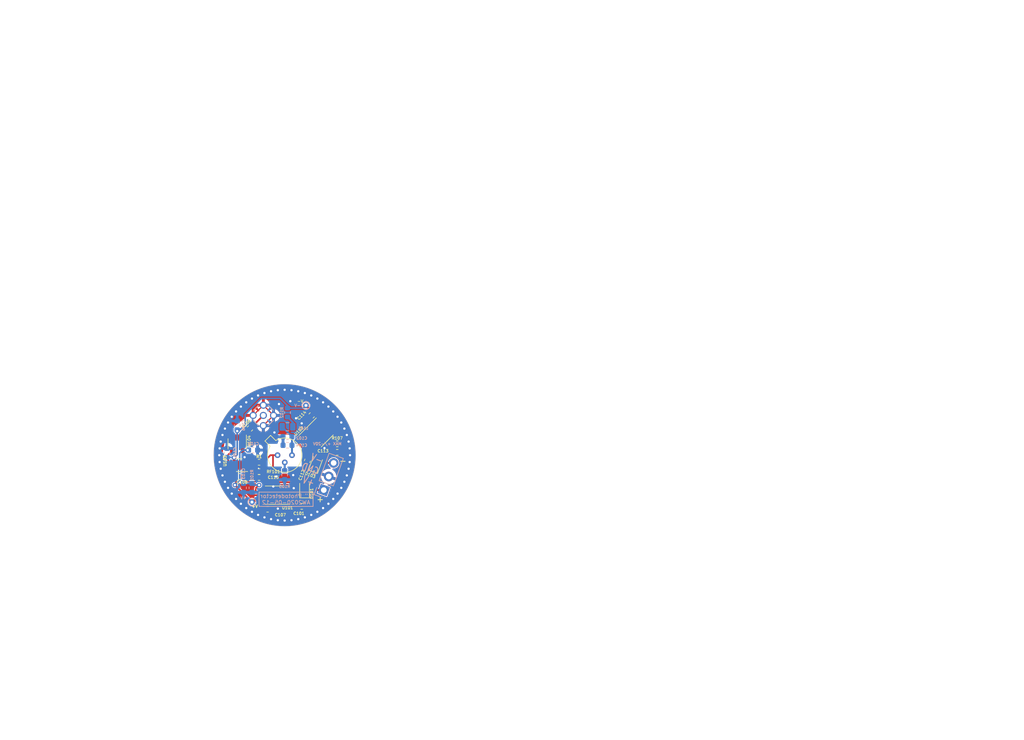
<source format=kicad_pcb>
(kicad_pcb (version 20221018) (generator pcbnew)
  (title_block (title "One Inch Photodetector - WSON8") (date "2020-02") (company "anders.e.e.wallin \"at\" gmail.com"))
  (layers (0 "F.Cu" signal) (31 "B.Cu" signal) (34 "B.Paste" user) (35 "F.Paste" user) (36 "B.SilkS" user "B.Silkscreen") (37 "F.SilkS" user "F.Silkscreen") (38 "B.Mask" user) (39 "F.Mask" user) (44 "Edge.Cuts" user))
  (net 0 "")
  (net 1 "Net-(D102-Pad2)")
  (net 2 "/+V")
  (net 3 "GND")
  (net 4 "Net-(C101-Pad1)")
  (net 5 "Net-(U101-Pad4)")
  (net 6 "Net-(U102-Pad7)")
  (net 7 "Net-(U102-Pad4)")
  (net 8 "/-V")
  (net 9 "Net-(C112-Pad2)")
  (net 10 "Net-(J101-Pad1)")
  (net 11 "Net-(L101-Pad1)")
  (net 12 "/+VIN")
  (net 13 "/-VIN")
  (net 14 "/VBIAS")
  (net 15 "/VOUT")
  (net 16 "Net-(R1-Pad1)")
  (net 17 "Net-(C115-Pad1)")
  (net 18 "Net-(U103-Pad2)")
  (net 19 "/SET+")
  (net 20 "/SET-")
  (net 21 "/IN-")
  (net 22 "/VTIA")
  (net 23 "Net-(U104-Pad3)")
  (footprint "Package_TO_SOT_THT:TO-18-3" (layer "F.Cu") (at 148.75 100)
    (fp_text reference "D102" hide)
    (fp_text value "S597x")
    (pad "1" thru_hole oval (at 0 0) (size 1 1) (drill 0.5) (layers "*.Cu" "*.Mask") (net 21 "/IN-"))
    (pad "2" thru_hole oval (at 1.27 1.27) (size 1 1) (drill 0.5) (layers "*.Cu" "*.Mask") (net 1 "Net-(D102-Pad2)"))
    (pad "3" thru_hole oval (at 2.54 0) (size 1 1) (drill 0.5) (layers "*.Cu" "*.Mask") (net 14 "/VBIAS"))
  )
  (footprint "Package_SO:MSOP-10-1EP_3x3mm_P0.5mm_EP1.68x1.88mm" (layer "F.Cu") (at 148.08 107.03 180)
    (fp_text reference "U101" (at -2.42 -2.22 180) (layer "F.SilkS") (effects (font (size 0.5 0.5) (thickness 0.1))))
    (fp_text value "LT3042xMSE")
    (pad "1" smd roundrect (at -2.15 -1 180) (size 1.45 0.3) (layers "F.Cu" "F.Paste" "F.Mask") (net 4 "Net-(C101-Pad1)"))
    (pad "2" smd roundrect (at -2.15 -0.5 180) (size 1.45 0.3) (layers "F.Cu" "F.Paste" "F.Mask") (net 4 "Net-(C101-Pad1)"))
    (pad "3" smd roundrect (at -2.15 0 180) (size 1.45 0.3) (layers "F.Cu" "F.Paste" "F.Mask") (net 4 "Net-(C101-Pad1)"))
    (pad "4" smd roundrect (at -2.15 0.5 180) (size 1.45 0.3) (layers "F.Cu" "F.Paste" "F.Mask") (net 5 "Net-(U101-Pad4)"))
    (pad "5" smd roundrect (at -2.15 1 180) (size 1.45 0.3) (layers "F.Cu" "F.Paste" "F.Mask") (net 3 "GND"))
    (pad "6" smd roundrect (at 2.15 1 180) (size 1.45 0.3) (layers "F.Cu" "F.Paste" "F.Mask") (net 4 "Net-(C101-Pad1)"))
    (pad "7" smd roundrect (at 2.15 0.5 180) (size 1.45 0.3) (layers "F.Cu" "F.Paste" "F.Mask") (net 19 "/SET+"))
    (pad "8" smd roundrect (at 2.15 0 180) (size 1.45 0.3) (layers "F.Cu" "F.Paste" "F.Mask") (net 3 "GND"))
    (pad "9" smd roundrect (at 2.15 -0.5 180) (size 1.45 0.3) (layers "F.Cu" "F.Paste" "F.Mask") (net 2 "/+V"))
    (pad "10" smd roundrect (at 2.15 -1 180) (size 1.45 0.3) (layers "F.Cu" "F.Paste" "F.Mask") (net 2 "/+V"))
    (pad "11" smd roundrect (at 0 0 180) (size 1.68 1.88) (layers "F.Cu" "F.Mask") (roundrect_rratio 0.148810119) (net 3 "GND"))
  )
  (footprint "Package_SO:MSOP-12-1EP_3x4mm_P0.65mm_EP1.65x2.85mm" (layer "F.Cu") (at 156 96 45)
    (fp_text reference "U102" (at -2.298097 -2.65165 45) (layer "F.SilkS") (effects (font (size 0.5 0.5) (thickness 0.1))))
    (fp_text value "LT3093xMSE")
    (pad "1" smd roundrect (at -2.15 -1.625 45) (size 1.45 0.4) (layers "F.Cu" "F.Paste" "F.Mask") (net 9 "Net-(C112-Pad2)"))
    (pad "2" smd roundrect (at -2.15 -0.975 45) (size 1.45 0.4) (layers "F.Cu" "F.Paste" "F.Mask") (net 9 "Net-(C112-Pad2)"))
    (pad "3" smd roundrect (at -2.15 -0.325 45) (size 1.45 0.4) (layers "F.Cu" "F.Paste" "F.Mask") (net 9 "Net-(C112-Pad2)"))
    (pad "4" smd roundrect (at -2.15 0.325 45) (size 1.45 0.4) (layers "F.Cu" "F.Paste" "F.Mask") (net 7 "Net-(U102-Pad4)"))
    (pad "5" smd roundrect (at -2.15 0.975 45) (size 1.45 0.4) (layers "F.Cu" "F.Paste" "F.Mask") (net 9 "Net-(C112-Pad2)"))
    (pad "6" smd roundrect (at -2.15 1.625 45) (size 1.45 0.4) (layers "F.Cu" "F.Paste" "F.Mask") (net 3 "GND"))
    (pad "7" smd roundrect (at 2.15 1.625 45) (size 1.45 0.4) (layers "F.Cu" "F.Paste" "F.Mask") (net 6 "Net-(U102-Pad7)"))
    (pad "8" smd roundrect (at 2.15 0.975 45) (size 1.45 0.4) (layers "F.Cu" "F.Paste" "F.Mask") (net 20 "/SET-"))
    (pad "9" smd roundrect (at 2.15 0.325 45) (size 1.45 0.4) (layers "F.Cu" "F.Paste" "F.Mask") (net 3 "GND"))
    (pad "10" smd roundrect (at 2.15 -0.325 45) (size 1.45 0.4) (layers "F.Cu" "F.Paste" "F.Mask") (net 8 "/-V"))
    (pad "11" smd roundrect (at 2.15 -0.975 45) (size 1.45 0.4) (layers "F.Cu" "F.Paste" "F.Mask") (net 8 "/-V"))
    (pad "12" smd roundrect (at 2.15 -1.625 45) (size 1.45 0.4) (layers "F.Cu" "F.Paste" "F.Mask") (net 8 "/-V"))
    (pad "13" smd roundrect (at 0 0 45) (size 1.65 2.85) (layers "F.Cu" "F.Mask") (roundrect_rratio 0.1515151515) (net 9 "Net-(C112-Pad2)"))
  )
  (footprint "Capacitor_SMD:C_0603_1608Metric" (layer "F.Cu") (at 153 109 180)
    (fp_text reference "C101" (at 0.5 -1.25) (layer "F.SilkS") (effects (font (size 0.5 0.5) (thickness 0.1))))
    (fp_text value "4u7")
    (pad "1" smd roundrect (at -0.7875 0 180) (size 0.875 0.95) (layers "F.Cu" "F.Paste" "F.Mask") (net 4 "Net-(C101-Pad1)"))
    (pad "2" smd roundrect (at 0.7875 0 180) (size 0.875 0.95) (layers "F.Cu" "F.Paste" "F.Mask") (net 3 "GND"))
  )
  (footprint "Capacitor_SMD:C_0603_1608Metric" (layer "F.Cu") (at 147 109.5)
    (fp_text reference "C107" (at 2.25 1) (layer "F.SilkS") (effects (font (size 0.5 0.5) (thickness 0.1))))
    (fp_text value "4u7")
    (pad "1" smd roundrect (at -0.7875 0) (size 0.875 0.95) (layers "F.Cu" "F.Paste" "F.Mask") (net 2 "/+V"))
    (pad "2" smd roundrect (at 0.7875 0) (size 0.875 0.95) (layers "F.Cu" "F.Paste" "F.Mask") (net 3 "GND"))
  )
  (footprint "Capacitor_SMD:C_0603_1608Metric" (layer "F.Cu") (at 142 103.75 180)
    (fp_text reference "C108" (at -0.5 -1) (layer "F.SilkS") (effects (font (size 0.5 0.5) (thickness 0.1))))
    (fp_text value "100n")
    (pad "1" smd roundrect (at -0.7875 0 180) (size 0.875 0.95) (layers "F.Cu" "F.Paste" "F.Mask") (net 3 "GND"))
    (pad "2" smd roundrect (at 0.7875 0 180) (size 0.875 0.95) (layers "F.Cu" "F.Paste" "F.Mask") (net 2 "/+V"))
  )
  (footprint "Capacitor_SMD:C_0603_1608Metric" (layer "F.Cu") (at 154 101 70)
    (fp_text reference "C112" (at -2.691252 -0.084642 70) (layer "F.SilkS") (effects (font (size 0.5 0.5) (thickness 0.1))))
    (fp_text value "4u7")
    (pad "1" smd roundrect (at -0.7875 0 70) (size 0.875 0.95) (layers "F.Cu" "F.Paste" "F.Mask") (net 3 "GND"))
    (pad "2" smd roundrect (at 0.7875 0 70) (size 0.875 0.95) (layers "F.Cu" "F.Paste" "F.Mask") (net 9 "Net-(C112-Pad2)"))
  )
  (footprint "Capacitor_SMD:C_0603_1608Metric" (layer "F.Cu") (at 159.25 99.5)
    (fp_text reference "C113" (at -2.5 -0.25) (layer "F.SilkS") (effects (font (size 0.5 0.5) (thickness 0.1))))
    (fp_text value "4u7")
    (pad "1" smd roundrect (at -0.7875 0) (size 0.875 0.95) (layers "F.Cu" "F.Paste" "F.Mask") (net 3 "GND"))
    (pad "2" smd roundrect (at 0.7875 0) (size 0.875 0.95) (layers "F.Cu" "F.Paste" "F.Mask") (net 20 "/SET-"))
  )
  (footprint "Capacitor_SMD:C_0603_1608Metric" (layer "F.Cu") (at 154.75 93 45)
    (fp_text reference "C114" (at -1.237437 -1.237437 45) (layer "F.SilkS") (effects (font (size 0.5 0.5) (thickness 0.1))))
    (fp_text value "4u7")
    (pad "1" smd roundrect (at -0.7875 0 45) (size 0.875 0.95) (layers "F.Cu" "F.Paste" "F.Mask") (net 3 "GND"))
    (pad "2" smd roundrect (at 0.7875 0 45) (size 0.875 0.95) (layers "F.Cu" "F.Paste" "F.Mask") (net 8 "/-V"))
  )
  (footprint "Diode_SMD:D_SOD-323F" (layer "F.Cu") (at 153.5 106 90)
    (fp_text reference "D101" (at -0.75 1.25 270) (layer "F.SilkS") (effects (font (size 0.5 0.5) (thickness 0.1))))
    (fp_text value "D")
    (pad "1" smd rect (at -1.1 0 90) (size 0.5 0.5) (layers "F.Cu" "F.Paste" "F.Mask") (net 4 "Net-(C101-Pad1)"))
    (pad "2" smd rect (at 1.1 0 90) (size 0.5 0.5) (layers "F.Cu" "F.Paste" "F.Mask") (net 12 "/+VIN"))
  )
  (footprint "Diode_SMD:D_SOD-323F" (layer "F.Cu") (at 155.5 101.5 70)
    (fp_text reference "D103" (at -2.221405 -0.255652 160) (layer "F.SilkS") (effects (font (size 0.5 0.5) (thickness 0.1))))
    (fp_text value "D")
    (pad "1" smd rect (at -1.1 0 70) (size 0.5 0.5) (layers "F.Cu" "F.Paste" "F.Mask") (net 13 "/-VIN"))
    (pad "2" smd rect (at 1.1 0 70) (size 0.5 0.5) (layers "F.Cu" "F.Paste" "F.Mask") (net 9 "Net-(C112-Pad2)"))
  )
  (footprint "Resistor_SMD:R_0603_1608Metric" (layer "F.Cu") (at 145.5 102.9)
    (fp_text reference "RF101" (at 2.5 0) (layer "F.SilkS") (effects (font (size 0.5 0.5) (thickness 0.1))))
    (fp_text value "R")
    (pad "1" smd roundrect (at -0.7875 0) (size 0.875 0.95) (layers "F.Cu" "F.Paste" "F.Mask") (net 17 "Net-(C115-Pad1)"))
    (pad "2" smd roundrect (at 0.7875 0) (size 0.875 0.95) (layers "F.Cu" "F.Paste" "F.Mask") (net 21 "/IN-"))
  )
  (footprint "Resistor_SMD:R_0603_1608Metric" (layer "F.Cu") (at 143.9 95.3 -135)
    (fp_text reference "R106" (at -0.106066 1.025305 45) (layer "F.SilkS") (effects (font (size 0.5 0.5) (thickness 0.1))))
    (fp_text value "49R9")
    (pad "1" smd roundrect (at -0.7875 0 225) (size 0.875 0.95) (layers "F.Cu" "F.Paste" "F.Mask") (net 10 "Net-(J101-Pad1)"))
    (pad "2" smd roundrect (at 0.7875 0 225) (size 0.875 0.95) (layers "F.Cu" "F.Paste" "F.Mask") (net 15 "/VOUT"))
  )
  (footprint "Resistor_SMD:R_0603_1608Metric" (layer "F.Cu") (at 159.25 98)
    (fp_text reference "R107" (at 0 -1) (layer "F.SilkS") (effects (font (size 0.5 0.5) (thickness 0.1))))
    (fp_text value "25k")
    (pad "1" smd roundrect (at -0.7875 0) (size 0.875 0.95) (layers "F.Cu" "F.Paste" "F.Mask") (net 3 "GND"))
    (pad "2" smd roundrect (at 0.7875 0) (size 0.875 0.95) (layers "F.Cu" "F.Paste" "F.Mask") (net 20 "/SET-"))
  )
  (footprint "Capacitor_SMD:C_0603_1608Metric" (layer "F.Cu") (at 145.5 103.9)
    (fp_text reference "C115" (at 2.5 0) (layer "F.SilkS") (effects (font (size 0.5 0.5) (thickness 0.1))))
    (fp_text value "C")
    (pad "1" smd roundrect (at -0.7875 0) (size 0.875 0.95) (layers "F.Cu" "F.Paste" "F.Mask") (net 17 "Net-(C115-Pad1)"))
    (pad "2" smd roundrect (at 0.7875 0) (size 0.875 0.95) (layers "F.Cu" "F.Paste" "F.Mask") (net 21 "/IN-"))
  )
  (footprint "Resistor_SMD:R_0603_1608Metric" (layer "F.Cu") (at 145.5 101.25)
    (fp_text reference "R1" (at 0 -1) (layer "F.SilkS") (effects (font (size 0.5 0.5) (thickness 0.125))))
    (fp_text value "10R")
    (pad "1" smd roundrect (at -0.7875 0) (size 0.875 0.95) (layers "F.Cu" "F.Paste" "F.Mask") (net 16 "Net-(R1-Pad1)"))
    (pad "2" smd roundrect (at 0.7875 0) (size 0.875 0.95) (layers "F.Cu" "F.Paste" "F.Mask") (net 21 "/IN-"))
  )
  (footprint "Package_SON:WSON-8-1EP_2x2mm_P0.5mm_EP0.9x1.6mm" (layer "F.Cu") (at 142 101.75 180)
    (fp_text reference "U103" (at 2.5 0.75 90) (layer "F.SilkS") (effects (font (size 0.5 0.5) (thickness 0.125))))
    (fp_text value "OPA859xDSG")
    (pad "1" smd rect (at -0.95 -0.75 180) (size 0.5 0.25) (layers "F.Cu" "F.Paste" "F.Mask") (net 17 "Net-(C115-Pad1)"))
    (pad "2" smd rect (at -0.95 -0.25 180) (size 0.5 0.25) (layers "F.Cu" "F.Paste" "F.Mask") (net 18 "Net-(U103-Pad2)"))
    (pad "3" smd rect (at -0.95 0.25 180) (size 0.5 0.25) (layers "F.Cu" "F.Paste" "F.Mask") (net 16 "Net-(R1-Pad1)"))
    (pad "4" smd rect (at -0.95 0.75 180) (size 0.5 0.25) (layers "F.Cu" "F.Paste" "F.Mask") (net 3 "GND"))
    (pad "5" smd rect (at 0.95 0.75 180) (size 0.5 0.25) (layers "F.Cu" "F.Paste" "F.Mask") (net 8 "/-V"))
    (pad "6" smd rect (at 0.95 0.25 180) (size 0.5 0.25) (layers "F.Cu" "F.Paste" "F.Mask") (net 22 "/VTIA"))
    (pad "7" smd rect (at 0.95 -0.25 180) (size 0.5 0.25) (layers "F.Cu" "F.Paste" "F.Mask") (net 2 "/+V"))
    (pad "8" smd rect (at 0.95 -0.75 180) (size 0.5 0.25) (layers "F.Cu" "F.Paste" "F.Mask") (net 2 "/+V"))
    (pad "9" smd rect (at 0 0 180) (size 0.9 1.6) (layers "F.Cu" "F.Mask") (net 8 "/-V"))
  )
  (footprint "Package_TO_SOT_SMD:SOT-23-5" (layer "F.Cu") (at 141.65 98 -90)
    (fp_text reference "U104" (at -0.5 -2.1 90) (layer "F.SilkS") (effects (font (size 0.5 0.5) (thickness 0.1))))
    (fp_text value "BUF602xDBV")
    (pad "1" smd rect (at -1.1 -0.95 270) (size 1.06 0.65) (layers "F.Cu" "F.Paste" "F.Mask") (net 15 "/VOUT"))
    (pad "2" smd rect (at -1.1 0 270) (size 1.06 0.65) (layers "F.Cu" "F.Paste" "F.Mask") (net 8 "/-V"))
    (pad "3" smd rect (at -1.1 0.95 270) (size 1.06 0.65) (layers "F.Cu" "F.Paste" "F.Mask") (net 23 "Net-(U104-Pad3)"))
    (pad "4" smd rect (at 1.1 0.95 270) (size 1.06 0.65) (layers "F.Cu" "F.Paste" "F.Mask") (net 22 "/VTIA"))
    (pad "5" smd rect (at 1.1 -0.95 270) (size 1.06 0.65) (layers "F.Cu" "F.Paste" "F.Mask") (net 2 "/+V"))
  )
  (footprint "Capacitor_SMD:C_0603_1608Metric" (layer "B.Cu") (at 150.5 96.75 180)
    (fp_text reference "C102" (at -2.5 -0.25) (layer "B.SilkS") (effects (font (size 0.5 0.5) (thickness 0.1)) (justify mirror)))
    (fp_text value "4u7")
    (pad "1" smd roundrect (at -0.7875 0 180) (size 0.875 0.95) (layers "B.Cu" "B.Paste" "B.Mask") (net 14 "/VBIAS"))
    (pad "2" smd roundrect (at 0.7875 0 180) (size 0.875 0.95) (layers "B.Cu" "B.Paste" "B.Mask") (net 3 "GND"))
  )
  (footprint "Capacitor_SMD:C_0603_1608Metric" (layer "B.Cu") (at 142.75 105.75 -90)
    (fp_text reference "C103" (at -2.5 0 270) (layer "B.SilkS") (effects (font (size 0.5 0.5) (thickness 0.1)) (justify mirror)))
    (fp_text value "4u7")
    (pad "1" smd roundrect (at -0.7875 0 270) (size 0.875 0.95) (layers "B.Cu" "B.Paste" "B.Mask") (net 19 "/SET+"))
    (pad "2" smd roundrect (at 0.7875 0 270) (size 0.875 0.95) (layers "B.Cu" "B.Paste" "B.Mask") (net 3 "GND"))
  )
  (footprint "Connector_Coaxial:MMCX_Molex_73415-1471_Vertical" (layer "B.Cu") (at 146.25 93 -45)
    (fp_text reference "J101" hide)
    (fp_text value "Conn_Coaxial")
    (pad "1" thru_hole circle (at 0 0 315) (size 1.24 1.24) (drill 0.84) (layers "*.Cu" "*.Mask") (net 10 "Net-(J101-Pad1)"))
    (pad "2" thru_hole circle (at -1.27 -1.27 315) (size 1.24 1.24) (drill 0.84) (layers "*.Cu" "*.Mask") (net 3 "GND"))
    (pad "2" thru_hole circle (at -1.27 1.27 315) (size 1.24 1.24) (drill 0.84) (layers "*.Cu" "*.Mask") (net 3 "GND") (thermal_bridge_width 0.5))
    (pad "2" thru_hole circle (at 1.27 -1.27 315) (size 1.24 1.24) (drill 0.84) (layers "*.Cu" "*.Mask") (net 3 "GND"))
    (pad "2" thru_hole circle (at 1.27 1.27 315) (size 1.24 1.24) (drill 0.84) (layers "*.Cu" "*.Mask") (net 3 "GND"))
  )
  (footprint "Inductor_SMD:L_0805_2012Metric" (layer "B.Cu") (at 150.5 95 180)
    (fp_text reference "L101" (at -2.75 -0.25) (layer "B.SilkS") (effects (font (size 0.5 0.5) (thickness 0.1)) (justify mirror)))
    (fp_text value "100u")
    (pad "1" smd roundrect (at -0.9375 0 180) (size 0.975 1.4) (layers "B.Cu" "B.Paste" "B.Mask") (net 11 "Net-(L101-Pad1)"))
    (pad "2" smd roundrect (at 0.9375 0 180) (size 0.975 1.4) (layers "B.Cu" "B.Paste" "B.Mask") (net 14 "/VBIAS"))
  )
  (footprint "Resistor_SMD:R_0603_1608Metric" (layer "B.Cu") (at 144.25 105.75 -90)
    (fp_text reference "R101" (at -2.25 0 270) (layer "B.SilkS") (effects (font (size 0.5 0.5) (thickness 0.1)) (justify mirror)))
    (fp_text value "25k")
    (pad "1" smd roundrect (at -0.7875 0 270) (size 0.875 0.95) (layers "B.Cu" "B.Paste" "B.Mask") (net 19 "/SET+"))
    (pad "2" smd roundrect (at 0.7875 0 270) (size 0.875 0.95) (layers "B.Cu" "B.Paste" "B.Mask") (net 3 "GND"))
  )
  (footprint "Resistor_SMD:R_0603_1608Metric" (layer "B.Cu") (at 150.5 92.5 -90)
    (fp_text reference "R102" (at 0 1 90) (layer "B.SilkS") (effects (font (size 0.5 0.5) (thickness 0.1)) (justify mirror)))
    (fp_text value "300R")
    (pad "1" smd roundrect (at -0.7875 0 270) (size 0.875 0.95) (layers "B.Cu" "B.Paste" "B.Mask") (net 8 "/-V"))
    (pad "2" smd roundrect (at 0.7875 0 270) (size 0.875 0.95) (layers "B.Cu" "B.Paste" "B.Mask") (net 11 "Net-(L101-Pad1)"))
  )
  (footprint "Resistor_SMD:R_0603_1608Metric" (layer "B.Cu") (at 150 103.5 90)
    (fp_text reference "R103" (at -2 0 180) (layer "B.SilkS") (effects (font (size 0.5 0.5) (thickness 0.1)) (justify mirror)))
    (fp_text value "0R")
    (pad "1" smd roundrect (at -0.7875 0 90) (size 0.875 0.95) (layers "B.Cu" "B.Paste" "B.Mask") (net 3 "GND"))
    (pad "2" smd roundrect (at 0.7875 0 90) (size 0.875 0.95) (layers "B.Cu" "B.Paste" "B.Mask") (net 1 "Net-(D102-Pad2)"))
  )
  (footprint "TestPoint:TestPoint_THTPad_D1.0mm_Drill0.5mm" (layer "B.Cu") (at 153.75 91.25)
    (fp_text reference "TP101" hide)
    (fp_text value "TestPoint")
    (pad "1" thru_hole circle (at 0 0) (size 1 1) (drill 0.5) (layers "*.Cu" "*.Mask") (net 8 "/-V"))
  )
  (footprint "TestPoint:TestPoint_THTPad_D1.0mm_Drill0.5mm" (layer "B.Cu") (at 144.25 108.25)
    (fp_text reference "TP102" hide)
    (fp_text value "TestPoint")
    (pad "1" thru_hole circle (at 0 0) (size 1 1) (drill 0.5) (layers "*.Cu" "*.Mask") (net 2 "/+V"))
  )
  (footprint "Connector_PinHeader_2.54mm:PinHeader_1x03_P2.54mm_Vertical" (layer "B.Cu") (at 156.881269 106.136819 -20)
    (fp_text reference "J102" hide)
    (fp_text value "Conn_01x03")
    (pad "1" thru_hole rect (at 0 0 340) (size 1.7 1.7) (drill 1) (layers "*.Cu" "*.Mask") (net 12 "/+VIN"))
    (pad "2" thru_hole oval (at 0 -2.54 340) (size 1.7 1.7) (drill 1) (layers "*.Cu" "*.Mask") (net 3 "GND"))
    (pad "3" thru_hole oval (at 0 -5.08 340) (size 1.7 1.7) (drill 1) (layers "*.Cu" "*.Mask") (net 13 "/-VIN"))
  )
  (footprint "Capacitor_SMD:C_0603_1608Metric" (layer "B.Cu") (at 144.45 99.1 180)
    (fp_text reference "C105" (at -0.05 1.1) (layer "B.SilkS") (effects (font (size 0.5 0.5) (thickness 0.1)) (justify mirror)))
    (fp_text value "100n")
    (pad "1" smd roundrect (at -0.7875 0 180) (size 0.875 0.95) (layers "B.Cu" "B.Paste" "B.Mask") (net 3 "GND"))
    (pad "2" smd roundrect (at 0.7875 0 180) (size 0.875 0.95) (layers "B.Cu" "B.Paste" "B.Mask") (net 2 "/+V"))
  )
  (footprint "Capacitor_SMD:C_0603_1608Metric" (layer "B.Cu") (at 141.65 94.75 90)
    (fp_text reference "C106" (at 0 1.1 90) (layer "B.SilkS") (effects (font (size 0.5 0.5) (thickness 0.1)) (justify mirror)))
    (fp_text value "100n")
    (pad "1" smd roundrect (at -0.7875 0 90) (size 0.875 0.95) (layers "B.Cu" "B.Paste" "B.Mask") (net 8 "/-V"))
    (pad "2" smd roundrect (at 0.7875 0 90) (size 0.875 0.95) (layers "B.Cu" "B.Paste" "B.Mask") (net 3 "GND"))
  )
  (footprint "Capacitor_SMD:C_0603_1608Metric" (layer "B.Cu") (at 139.85 99.6 90)
    (fp_text reference "C109" (at 0 1.43 270) (layer "B.SilkS") (effects (font (size 0.5 0.5) (thickness 0.1)) (justify mirror)))
    (fp_text value "100n")
    (pad "1" smd roundrect (at -0.7875 0 90) (size 0.875 0.95) (layers "B.Cu" "B.Paste" "B.Mask") (net 8 "/-V"))
    (pad "2" smd roundrect (at 0.7875 0 90) (size 0.875 0.95) (layers "B.Cu" "B.Paste" "B.Mask") (net 3 "GND"))
  )
  (footprint "Capacitor_SMD:C_0603_1608Metric" (layer "B.Cu") (at 150.5 98.25 180)
    (fp_text reference "C104" (at -2.5 0) (layer "B.SilkS") (effects (font (size 0.5 0.5) (thickness 0.1)) (justify mirror)))
    (fp_text value "10n")
    (pad "1" smd roundrect (at -0.7875 0 180) (size 0.875 0.95) (layers "B.Cu" "B.Paste" "B.Mask") (net 14 "/VBIAS"))
    (pad "2" smd roundrect (at 0.7875 0 180) (size 0.875 0.95) (layers "B.Cu" "B.Paste" "B.Mask") (net 3 "GND"))
  )
  (gr_line (start 145.5 106.5) (end 145.5 109) (stroke (width 0.12)) (layer "B.SilkS"))
  (gr_line (start 155 106.5) (end 145.5 106.5) (stroke (width 0.12)) (layer "B.SilkS"))
  (gr_line (start 145.5 109) (end 155 109) (stroke (width 0.12)) (layer "B.SilkS"))
  (gr_line (start 155 109) (end 155 106.5) (stroke (width 0.12)) (layer "B.SilkS"))
  (gr_circle (center 150 100) (end 162.5 100) (stroke (width 0.05)) (fill none) (layer "Edge.Cuts"))
  (gr_text "-V" (at 152.25 91.25) (layer "B.SilkS") (effects (font (size 0.5 0.5) (thickness 0.1)) (justify mirror)))
  (gr_text "+V" (at 142.75 107.5) (layer "B.SilkS") (effects (font (size 0.5 0.5) (thickness 0.1)) (justify mirror)))
  (gr_text "-V\nGND\n+V" (at 156 103 -20) (layer "B.SilkS") (effects (font (size 1.3 1)) (justify left mirror)))
  (gr_text "MAX +/-20V" (at 157.5 98) (layer "B.SilkS") (effects (font (size 0.5 0.5) (thickness 0.1)) (justify mirror)))
  (gr_text "1\" Photodetector\nAW2020-05-12" (at 150.25 107.75) (layer "B.SilkS") (effects (font (size 0.7 0.7) (thickness 0.1)) (justify mirror)))
  (gr_text "-V" (at 152.75 90.5) (layer "F.SilkS") (effects (font (size 0.5 0.5) (thickness 0.1))))
  (gr_text "+" (at 156.25 107.75) (layer "F.SilkS") (effects (font (size 1 1))))
  (gr_text "-" (at 160.25 101) (layer "F.SilkS") (effects (font (size 1 1))))
  (gr_text "+V" (at 144.75 109) (layer "F.SilkS") (effects (font (size 0.5 0.5) (thickness 0.1))))
  (gr_text "+V" (at 144.75 109) (layer "F.SilkS") (effects (font (size 0.5 0.5) (thickness 0.1))))
  (segment (start 150 101.29) (end 150.02 101.27) (width 0.3) (layer "B.Cu") (net 1))
  (segment (start 150.02 102.7325) (end 150.0375 102.75) (width 0.35) (layer "B.Cu") (net 1))
  (segment (start 150.02 101.27) (end 150.02 102.7325) (width 0.35) (layer "B.Cu") (net 1))
  (segment (start 150 102.7125) (end 150 101.29) (width 0.3) (layer "B.Cu") (net 1))
  (segment (start 144.47 108.03) (end 144.25 108.25) (width 0.3) (layer "F.Cu") (net 2))
  (segment (start 141.75 105.75) (end 141.4625 105.4625) (width 0.3) (layer "F.Cu") (net 2))
  (segment (start 144.25 108.25) (end 141.75 105.75) (width 0.3) (layer "F.Cu") (net 2))
  (segment (start 145.93 107.53) (end 145.97 107.53) (width 0.35) (layer "F.Cu") (net 2))
  (segment (start 140 102.975) (end 140.775 103.75) (width 0.3) (layer "F.Cu") (net 2))
  (segment (start 141.4625 104) (end 141.2125 103.75) (width 0.3) (layer "F.Cu") (net 2))
  (segment (start 141.05 102.5) (end 140 102.5) (width 0.3) (layer "F.Cu") (net 2))
  (segment (start 140 102.5) (end 140 102.975) (width 0.3) (layer "F.Cu") (net 2))
  (segment (start 140.25 102) (end 140 102.25) (width 0.3) (layer "F.Cu") (net 2))
  (segment (start 145.97 107.53) (end 145.99499 107.50501) (width 0.35) (layer "F.Cu") (net 2))
  (segment (start 141.4625 105.4625) (end 141.4625 105) (width 0.3) (layer "F.Cu") (net 2))
  (segment (start 141.75 105.75) (end 141.25 105.25) (width 0.3) (layer "F.Cu") (net 2))
  (segment (start 145.93 108.03) (end 144.47 108.03) (width 0.3) (layer "F.Cu") (net 2))
  (segment (start 140.775 103.75) (end 141.2125 103.75) (width 0.3) (layer "F.Cu") (net 2))
  (segment (start 146.2125 108.3125) (end 145.93 108.03) (width 0.35) (layer "F.Cu") (net 2))
  (segment (start 144.97 107.53) (end 144.25 108.25) (width 0.3) (layer "F.Cu") (net 2))
  (segment (start 141.4625 105) (end 141.4625 104) (width 0.3) (layer "F.Cu") (net 2))
  (segment (start 145.93 107.53) (end 144.97 107.53) (width 0.3) (layer "F.Cu") (net 2))
  (segment (start 140 102.25) (end 140 102.5) (width 0.3) (layer "F.Cu") (net 2))
  (segment (start 141.05 102) (end 140.25 102) (width 0.3) (layer "F.Cu") (net 2))
  (segment (start 142.6 99.1) (end 143.5 99.1) (width 0.3) (layer "F.Cu") (net 2))
  (segment (start 146.2125 109.5) (end 146.2125 108.3125) (width 0.35) (layer "F.Cu") (net 2))
  (via (at 141.25 105.25) (size 0.8) (drill 0.4) (layers "F.Cu" "B.Cu") (net 2))
  (via (at 143.5 99.1) (size 0.8) (drill 0.4) (layers "F.Cu" "B.Cu") (net 2))
  (segment (start 142.10001 104.39999) (end 142.10001 99.59999) (width 0.3) (layer "B.Cu") (net 2))
  (segment (start 142.10001 99.59999) (end 142.6 99.1) (width 0.3) (layer "B.Cu") (net 2))
  (segment (start 141.25 105.25) (end 142.10001 104.39999) (width 0.3) (layer "B.Cu") (net 2))
  (segment (start 142.6 99.1) (end 143.5 99.1) (width 0.3) (layer "B.Cu") (net 2))
  (segment (start 150.23 106.03) (end 151.37 106.03) (width 0.3) (layer "F.Cu") (net 3))
  (segment (start 147.4 95.6) (end 147.75 95.25) (width 0.2) (layer "F.Cu") (net 3))
  (segment (start 158.4625 99.5) (end 158.4625 98) (width 0.35) (layer "F.Cu") (net 3))
  (segment (start 144.453949 93) (end 142.148837 93) (width 0.2) (layer "F.Cu") (net 3))
  (segment (start 146.25 94.796051) (end 148.046051 93) (width 0.2) (layer "F.Cu") (net 3))
  (segment (start 145.15 104.65) (end 142.9 104.65) (width 0.2) (layer "F.Cu") (net 3))
  (segment (start 142.95 101) (end 142.95 100.35) (width 0.2) (layer "F.Cu") (net 3))
  (segment (start 146.202102 107.005002) (end 145.93 107.005002) (width 0.35) (layer "F.Cu") (net 3))
  (segment (start 155.628769 98.669328) (end 156.919328 98.669328) (width 0.35) (layer "F.Cu") (net 3))
  (segment (start 156.919328 98.669328) (end 157 98.75) (width 0.35) (layer "F.Cu") (net 3))
  (segment (start 148 106.95) (end 148.08 107.03) (width 0.3) (layer "F.Cu") (net 3))
  (segment (start 153.730659 103.269341) (end 153.730659 101.740008) (width 0.3) (layer "F.Cu") (net 3))
  (segment (start 148 105.5) (end 148 106.95) (width 0.3) (layer "F.Cu") (net 3))
  (segment (start 142.148837 93) (end 141.453835 92.304998) (width 0.2) (layer "F.Cu") (net 3))
  (segment (start 146.25 91.203949) (end 144.453949 93) (width 0.2) (layer "F.Cu") (net 3))
  (segment (start 145.4 102.3) (end 145.4 104.4) (width 0.2) (layer "F.Cu") (net 3))
  (segment (start 147.296051 94.796051) (end 147.75 95.25) (width 0.2) (layer "F.Cu") (net 3))
  (segment (start 153.5 103.5) (end 153.730659 103.269341) (width 0.3) (layer "F.Cu") (net 3))
  (segment (start 146 95.046051) (end 146.25 94.796051) (width 0.3) (layer "F.Cu") (net 3))
  (segment (start 146.25 89.259155) (end 146.446305 89.06285) (width 0.2) (layer "F.Cu") (net 3))
  (segment (start 145.4 104.4) (end 145.15 104.65) (width 0.2) (layer "F.Cu") (net 3))
  (segment (start 148.08 107.03) (end 146.2271 107.03) (width 0.35) (layer "F.Cu") (net 3))
  (segment (start 146.25 91.203949) (end 146.25 89.259155) (width 0.2) (layer "F.Cu") (net 3))
  (segment (start 146.25 94.796051) (end 147.296051 94.796051) (width 0.2) (layer "F.Cu") (net 3))
  (segment (start 142.7875 103.75) (end 142.8 104.55) (width 0.2) (layer "F.Cu") (net 3))
  (segment (start 153.730659 101.740008) (end 153.730659 102.730659) (width 0.3) (layer "F.Cu") (net 3))
  (segment (start 151.37 106.03) (end 151.6 105.8) (width 0.3) (layer "F.Cu") (net 3))
  (segment (start 148.046051 93) (end 146.25 91.203949) (width 0.2) (layer "F.Cu") (net 3))
  (segment (start 151.5 103.5) (end 153.5 103.5) (width 0.3) (layer "F.Cu") (net 3))
  (segment (start 147.75 94.5) (end 148.046051 94.203949) (width 0.2) (layer "F.Cu") (net 3))
  (segment (start 148.046051 94.203949) (end 148.046051 93) (width 0.2) (layer "F.Cu") (net 3))
  (segment (start 142.9 104.65) (end 142.8 104.55) (width 0.2) (layer "F.Cu") (net 3))
  (segment (start 146.2271 107.03) (end 146.202102 107.005002) (width 0.35) (layer "F.Cu") (net 3))
  (segment (start 147.75 95.25) (end 147.75 94.5) (width 0.2) (layer "F.Cu") (net 3))
  (via (at 138.562998 101.202077) (size 0.8) (drill 0.4) (layers "F.Cu" "B.Cu") (net 3))
  (via (at 138.751303 102.390984) (size 0.8) (drill 0.4) (layers "F.Cu" "B.Cu") (net 3))
  (via (at 139.06285 103.553695) (size 0.8) (drill 0.4) (layers "F.Cu" "B.Cu") (net 3))
  (via (at 139.494227 104.677471) (size 0.8) (drill 0.4) (layers "F.Cu" "B.Cu") (net 3))
  (via (at 140.040708 105.75) (size 0.8) (drill 0.4) (layers "F.Cu" "B.Cu") (net 3))
  (via (at 140.696305 106.75953) (size 0.8) (drill 0.4) (layers "F.Cu" "B.Cu") (net 3))
  (via (at 141.453835 107.695002) (size 0.8) (drill 0.4) (layers "F.Cu" "B.Cu") (net 3))
  (via (at 142.304998 108.546165) (size 0.8) (drill 0.4) (layers "F.Cu" "B.Cu") (net 3))
  (via (at 143.24047 109.303695) (size 0.8) (drill 0.4) (layers "F.Cu" "B.Cu") (net 3))
  (via (at 144.25 109.959292) (size 0.8) (drill 0.4) (layers "F.Cu" "B.Cu") (net 3))
  (via (at 145.322529 110.505773) (size 0.8) (drill 0.4) (layers "F.Cu" "B.Cu") (net 3))
  (via (at 146.446305 110.93715) (size 0.8) (drill 0.4) (layers "F.Cu" "B.Cu") (net 3))
  (via (at 147.609016 111.248697) (size 0.8) (drill 0.4) (layers "F.Cu" "B.Cu") (net 3))
  (via (at 148.797923 111.437002) (size 0.8) (drill 0.4) (layers "F.Cu" "B.Cu") (net 3))
  (via (at 150 111.5) (size 0.8) (drill 0.4) (layers "F.Cu" "B.Cu") (net 3))
  (via (at 151.202077 111.437002) (size 0.8) (drill 0.4) (layers "F.Cu" "B.Cu") (net 3))
  (via (at 152.390984 111.248697) (size 0.8) (drill 0.4) (layers "F.Cu" "B.Cu") (net 3))
  (via (at 153.553695 110.93715) (size 0.8) (drill 0.4) (layers "F.Cu" "B.Cu") (net 3))
  (via (at 154.677471 110.505773) (size 0.8) (drill 0.4) (layers "F.Cu" "B.Cu") (net 3))
  (via (at 155.75 109.959292) (size 0.8) (drill 0.4) (layers "F.Cu" "B.Cu") (net 3))
  (via (at 156.75953 109.303695) (size 0.8) (drill 0.4) (layers "F.Cu" "B.Cu") (net 3))
  (via (at 157.695002 108.546165) (size 0.8) (drill 0.4) (layers "F.Cu" "B.Cu") (net 3))
  (via (at 158.546165 107.695002) (size 0.8) (drill 0.4) (layers "F.Cu" "B.Cu") (net 3))
  (via (at 159.303695 106.75953) (size 0.8) (drill 0.4) (layers "F.Cu" "B.Cu") (net 3))
  (via (at 159.959292 105.75) (size 0.8) (drill 0.4) (layers "F.Cu" "B.Cu") (net 3))
  (via (at 160.505773 104.677471) (size 0.8) (drill 0.4) (layers "F.Cu" "B.Cu") (net 3))
  (via (at 160.93715 103.553695) (size 0.8) (drill 0.4) (layers "F.Cu" "B.Cu") (net 3))
  (via (at 161.248697 102.390984) (size 0.8) (drill 0.4) (layers "F.Cu" "B.Cu") (net 3))
  (via (at 161.437002 101.202077) (size 0.8) (drill 0.4) (layers "F.Cu" "B.Cu") (net 3))
  (via (at 161.5 100) (size 0.8) (drill 0.4) (layers "F.Cu" "B.Cu") (net 3))
  (via (at 161.437002 98.797923) (size 0.8) (drill 0.4) (layers "F.Cu" "B.Cu") (net 3))
  (via (at 161.248697 97.609016) (size 0.8) (drill 0.4) (layers "F.Cu" "B.Cu") (net 3))
  (via (at 160.93715 96.446305) (size 0.8) (drill 0.4) (layers "F.Cu" "B.Cu") (net 3))
  (via (at 160.505773 95.322529) (size 0.8) (drill 0.4) (layers "F.Cu" "B.Cu") (net 3))
  (via (at 159.959292 94.25) (size 0.8) (drill 0.4) (layers "F.Cu" "B.Cu") (net 3))
  (via (at 159.303695 93.24047) (size 0.8) (drill 0.4) (layers "F.Cu" "B.Cu") (net 3))
  (via (at 158.546165 92.304998) (size 0.8) (drill 0.4) (layers "F.Cu" "B.Cu") (net 3))
  (via (at 157.695002 91.453835) (size 0.8) (drill 0.4) (layers "F.Cu" "B.Cu") (net 3))
  (via (at 156.75953 90.696305) (size 0.8) (drill 0.4) (layers "F.Cu" "B.Cu") (net 3))
  (via (at 155.75 90.040708) (size 0.8) (drill 0.4) (layers "F.Cu" "B.Cu") (net 3))
  (via (at 154.677471 89.494227) (size 0.8) (drill 0.4) (layers "F.Cu" "B.Cu") (net 3))
  (via (at 153.553695 89.06285) (size 0.8) (drill 0.4) (layers "F.Cu" "B.Cu") (net 3))
  (via (at 152.390984 88.751303) (size 0.8) (drill 0.4) (layers "F.Cu" "B.Cu") (net 3))
  (via (at 151.202077 88.562998) (size 0.8) (drill 0.4) (layers "F.Cu" "B.Cu") (net 3))
  (via (at 150 88.5) (size 0.8) (drill 0.4) (layers "F.Cu" "B.Cu") (net 3))
  (via (at 148.797923 88.562998) (size 0.8) (drill 0.4) (layers "F.Cu" "B.Cu") (net 3))
  (via (at 147.609016 88.751303) (size 0.8) (drill 0.4) (layers "F.Cu" "B.Cu") (net 3))
  (via (at 146.446305 89.06285) (size 0.8) (drill 0.4) (layers "F.Cu" "B.Cu") (net 3))
  (via (at 145.322529 89.494227) (size 0.8) (drill 0.4) (layers "F.Cu" "B.Cu") (net 3))
  (via (at 144.25 90.040708) (size 0.8) (drill 0.4) (layers "F.Cu" "B.Cu") (net 3))
  (via (at 143.24047 90.696305) (size 0.8) (drill 0.4) (layers "F.Cu" "B.Cu") (net 3))
  (via (at 142.304998 91.453835) (size 0.8) (drill 0.4) (layers "F.Cu" "B.Cu") (net 3))
  (via (at 141.453835 92.304998) (size 0.8) (drill 0.4) (layers "F.Cu" "B.Cu") (net 3))
  (via (at 140.696305 93.24047) (size 0.8) (drill 0.4) (layers "F.Cu" "B.Cu") (net 3))
  (via (at 140.040708 94.25) (size 0.8) (drill 0.4) (layers "F.Cu" "B.Cu") (net 3))
  (via (at 139.494227 95.322529) (size 0.8) (drill 0.4) (layers "F.Cu" "B.Cu") (net 3))
  (via (at 139.06285 96.446305) (size 0.8) (drill 0.4) (layers "F.Cu" "B.Cu") (net 3))
  (via (at 138.751303 97.609016) (size 0.8) (drill 0.4) (layers "F.Cu" "B.Cu") (net 3))
  (via (at 138.562998 98.797923) (size 0.8) (drill 0.4) (layers "F.Cu" "B.Cu") (net 3))
  (via (at 148.2 96) (size 0.8) (drill 0.4) (layers "F.Cu" "B.Cu") (net 3))
  (via (at 145.4 102.3) (size 0.4) (drill 0.2) (layers "F.Cu" "B.Cu") (net 3))
  (via (at 148.8 109.4) (size 0.8) (drill 0.4) (layers "F.Cu" "B.Cu") (net 3))
  (via (at 152 93.5) (size 0.8) (drill 0.4) (layers "F.Cu" "B.Cu") (net 3))
  (via (at 151.5 103.5) (size 0.8) (drill 0.4) (layers "F.Cu" "B.Cu") (net 3))
  (via (at 149 91) (size 0.8) (drill 0.4) (layers "F.Cu" "B.Cu") (net 3))
  (via (at 151.6 105.8) (size 0.8) (drill 0.4) (layers "F.Cu" "B.Cu") (net 3))
  (via (at 148 105.5) (size 0.8) (drill 0.4) (layers "F.Cu" "B.Cu") (net 3))
  (via (at 138.5 100) (size 0.8) (drill 0.4) (layers "F.Cu" "B.Cu") (net 3))
  (via (at 148.5 103.75) (size 0.8) (drill 0.4) (layers "F.Cu" "B.Cu") (net 3))
  (via (at 151 90.5) (size 0.8) (drill 0.4) (layers "F.Cu" "B.Cu") (net 3))
  (via (at 153 94.4) (size 0.8) (drill 0.4) (layers "F.Cu" "B.Cu") (net 3))
  (via (at 142.95 100.35) (size 0.8) (drill 0.4) (layers "F.Cu" "B.Cu") (net 3))
  (via (at 157 98.75) (size 0.8) (drill 0.4) (layers "F.Cu" "B.Cu") (net 3))
  (segment (start 148.95 96.75) (end 148.2 96) (width 0.3) (layer "B.Cu") (net 3))
  (segment (start 144.75 96.065685) (end 144.75 95.5) (width 0.2) (layer "B.Cu") (net 3))
  (segment (start 146.25 91.203949) (end 148.796051 91.203949) (width 0.2) (layer "B.Cu") (net 3))
  (segment (start 149.7125 98.25) (end 149.7125 96.75) (width 0.3) (layer "B.Cu") (net 3))
  (segment (start 148.046051 91.953949) (end 149 91) (width 0.2) (layer "B.Cu") (net 3))
  (segment (start 145.45 100) (end 145.2375 99.7875) (width 0.3) (layer "B.Cu") (net 3))
  (segment (start 147.2875 95.7125) (end 147.75 95.25) (width 0.3) (layer "B.Cu") (net 3))
  (segment (start 148.4625 103.7125) (end 148.5 103.75) (width 0.3) (layer "B.Cu") (net 3))
  (segment (start 145.5 100.05) (end 145.45 100) (width 0.2) (layer "B.Cu") (net 3))
  (segment (start 148.5 96) (end 147.75 95.25) (width 0.3) (layer "B.Cu") (net 3))
  (segment (start 149.7125 96.75) (end 148.95 96.75) (width 0.3) (layer "B.Cu") (net 3))
  (segment (start 145.2375 99.7875) (end 145.2375 99.1) (width 0.3) (layer "B.Cu") (net 3))
  (segment (start 148.046051 93) (end 148.046051 91.953949) (width 0.2) (layer "B.Cu") (net 3))
  (segment (start 148.796051 91.203949) (end 149 91) (width 0.2) (layer "B.Cu") (net 3))
  (segment (start 145.4 102.3) (end 145.4 102.15) (width 0.2) (layer "B.Cu") (net 3))
  (segment (start 145.5 102.05) (end 145.5 100.05) (width 0.2) (layer "B.Cu") (net 3))
  (segment (start 144.453949 93) (end 144.25 93) (width 0.2) (layer "B.Cu") (net 3))
  (segment (start 145.4 102.15) (end 145.5 102.05) (width 0.2) (layer "B.Cu") (net 3))
  (segment (start 152.1 107.1) (end 153.5 107.1) (width 0.3) (layer "F.Cu") (net 4))
  (segment (start 152.03 107.03) (end 152.1 107.1) (width 0.3) (layer "F.Cu") (net 4))
  (segment (start 153.5 106.663998) (end 151.586002 104.75) (width 0.3) (layer "F.Cu") (net 4))
  (segment (start 153.12 108.03) (end 153.5 107.65) (width 0.3) (layer "F.Cu") (net 4))
  (segment (start 147.21 104.75) (end 145.93 106.03) (width 0.3) (layer "F.Cu") (net 4))
  (segment (start 150.23 108.03) (end 153.12 108.03) (width 0.3) (layer "F.Cu") (net 4))
  (segment (start 153.5 107.65) (end 153.5 106.663998) (width 0.3) (layer "F.Cu") (net 4))
  (segment (start 150.23 107.53) (end 151.5925 107.53) (width 0.35) (layer "F.Cu") (net 4))
  (segment (start 150.23 107.03) (end 152.03 107.03) (width 0.3) (layer "F.Cu") (net 4))
  (segment (start 152.88 107.03) (end 153.5 107.65) (width 0.3) (layer "F.Cu") (net 4))
  (segment (start 152.03 107.03) (end 152.88 107.03) (width 0.3) (layer "F.Cu") (net 4))
  (segment (start 150.23 107.03) (end 151.0925 107.03) (width 0.35) (layer "F.Cu") (net 4))
  (segment (start 153.5 107.65) (end 153.5 108.7125) (width 0.3) (layer "F.Cu") (net 4))
  (segment (start 150.23 107.53) (end 153.38 107.53) (width 0.3) (layer "F.Cu") (net 4))
  (segment (start 153.38 107.53) (end 153.5 107.65) (width 0.3) (layer "F.Cu") (net 4))
  (segment (start 153.5 108.7125) (end 153.7875 109) (width 0.3) (layer "F.Cu") (net 4))
  (segment (start 151.586002 104.75) (end 147.21 104.75) (width 0.3) (layer "F.Cu") (net 4))
  (segment (start 153.5 107.1) (end 153.5 108.7125) (width 0.3) (layer "F.Cu") (net 4))
  (segment (start 141.05 101) (end 141.05 100.5) (width 0.2) (layer "F.Cu") (net 8))
  (segment (start 141.05 100.65) (end 140.85 100.45) (width 0.3) (layer "F.Cu") (net 8))
  (segment (start 141.6 101) (end 142 101.4) (width 0.3) (layer "F.Cu") (net 8))
  (segment (start 141.65 96.9) (end 141.65 95.75) (width 0.3) (layer "F.Cu") (net 8))
  (segment (start 156.194366 93.330672) (end 155.306847 92.443153) (width 0.35) (layer "F.Cu") (net 8))
  (segment (start 156.371231 93.330672) (end 156.194366 93.330672) (width 0.35) (layer "F.Cu") (net 8))
  (segment (start 156.83085 93.790291) (end 156.371231 93.330672) (width 0.35) (layer "F.Cu") (net 8))
  (segment (start 142 101.4) (end 142 101.75) (width 0.3) (layer "F.Cu") (net 8))
  (segment (start 157.29047 94.249911) (end 156.83085 93.790291) (width 0.35) (layer "F.Cu") (net 8))
  (segment (start 154.943153 92.443153) (end 153.75 91.25) (width 0.35) (layer "F.Cu") (net 8))
  (segment (start 141.05 101) (end 141.6 101) (width 0.3) (layer "F.Cu") (net 8))
  (segment (start 141.05 100.5) (end 141.1 100.45) (width 0.2) (layer "F.Cu") (net 8))
  (segment (start 155.306847 92.443153) (end 154.943153 92.443153) (width 0.35) (layer "F.Cu") (net 8))
  (via (at 141.65 95.75) (size 0.8) (drill 0.4) (layers "F.Cu" "B.Cu") (net 8))
  (via (at 141.1 100.45) (size 0.8) (drill 0.4) (layers "F.Cu" "B.Cu") (net 8))
  (segment (start 141.0375 100.3875) (end 141.1 100.45) (width 0.3) (layer "B.Cu") (net 8))
  (segment (start 141.65 95.75) (end 141.65 99.9) (width 0.3) (layer "B.Cu") (net 8))
  (segment (start 141.65 99.9) (end 141.1 100.45) (width 0.3) (layer "B.Cu") (net 8))
  (segment (start 142.125 95.5375) (end 141.65 95.5375) (width 0.3) (layer "B.Cu") (net 8))
  (segment (start 146.092347 90) (end 145.9 90) (width 0.3) (layer "B.Cu") (net 8))
  (segment (start 150.5 91.7125) (end 153.2875 91.7125) (width 0.3) (layer "B.Cu") (net 8))
  (segment (start 143.05 92.85) (end 143.05 94.6125) (width 0.3) (layer "B.Cu") (net 8))
  (segment (start 153.2875 91.7125) (end 153.75 91.25) (width 0.3) (layer "B.Cu") (net 8))
  (segment (start 143.05 94.6125) (end 142.125 95.5375) (width 0.3) (layer "B.Cu") (net 8))
  (segment (start 139.85 100.3875) (end 141.0375 100.3875) (width 0.3) (layer "B.Cu") (net 8))
  (segment (start 150.5 91.275) (end 149.225 90) (width 0.3) (layer "B.Cu") (net 8))
  (segment (start 149.225 90) (end 146.092347 90) (width 0.3) (layer "B.Cu") (net 8))
  (segment (start 145.9 90) (end 143.05 92.85) (width 0.3) (layer "B.Cu") (net 8))
  (segment (start 150.5 91.7125) (end 150.5 91.275) (width 0.3) (layer "B.Cu") (net 8))
  (segment (start 146.092347 90) (end 146.5 90) (width 0.3) (layer "B.Cu") (net 8))
  (segment (start 153.76915 96.83085) (end 152.6 98) (width 0.35) (layer "F.Cu") (net 9))
  (segment (start 153.1 98.6) (end 153.9 99.4) (width 0.35) (layer "F.Cu") (net 9))
  (segment (start 152.6 98) (end 152.5 98) (width 0.35) (layer "F.Cu") (net 9))
  (segment (start 153.1 98.5) (end 153.1 98.6) (width 0.35) (layer "F.Cu") (net 9))
  (segment (start 154.621141 96) (end 156 96) (width 0.35) (layer "F.Cu") (net 9))
  (segment (start 155.540381 96) (end 156 96) (width 0.35) (layer "F.Cu") (net 9))
  (segment (start 153.428769 96.371231) (end 154.807627 94.992373) (width 0.35) (layer "F.Cu") (net 9))
  (segment (start 153.9 99.4) (end 154.269341 99.769341) (width 0.35) (layer "F.Cu") (net 9))
  (segment (start 152.7 98.2) (end 153.1 98.6) (width 0.35) (layer "F.Cu") (net 9))
  (segment (start 152.25 97.35) (end 152.25 97.75) (width 0.35) (layer "F.Cu") (net 9))
  (segment (start 154.807627 94.992373) (end 154.992373 94.992373) (width 0.35) (layer "F.Cu") (net 9))
  (segment (start 154.249911 97.350089) (end 153.1 98.5) (width 0.35) (layer "F.Cu") (net 9))
  (segment (start 155.16915 98.209709) (end 155.090291 98.209709) (width 0.35) (layer "F.Cu") (net 9))
  (segment (start 153.330672 96.371231) (end 153.428769 96.371231) (width 0.35) (layer "F.Cu") (net 9))
  (segment (start 154.410295 100.119038) (end 154.269341 100.259992) (width 0.35) (layer "F.Cu") (net 9))
  (segment (start 153.790291 96.83085) (end 153.76915 96.83085) (width 0.35) (layer "F.Cu") (net 9))
  (segment (start 154.992373 94.992373) (end 156 96) (width 0.35) (layer "F.Cu") (net 9))
  (segment (start 152.25 97.75) (end 152.5 98) (width 0.35) (layer "F.Cu") (net 9))
  (segment (start 154.249911 97.29047) (end 154.249911 97.350089) (width 0.35) (layer "F.Cu") (net 9))
  (segment (start 155.876222 100.466338) (end 154.475687 100.466338) (width 0.3) (layer "F.Cu") (net 9))
  (segment (start 152.5 98) (end 152.7 98.2) (width 0.35) (layer "F.Cu") (net 9))
  (segment (start 152.703984 98.2) (end 152.7 98.2) (width 0.35) (layer "F.Cu") (net 9))
  (segment (start 155.090291 98.209709) (end 153.9 99.4) (width 0.35) (layer "F.Cu") (net 9))
  (segment (start 154.269341 99.769341) (end 154.269341 100.259992) (width 0.35) (layer "F.Cu") (net 9))
  (segment (start 153.228769 96.371231) (end 152.25 97.35) (width 0.35) (layer "F.Cu") (net 9))
  (segment (start 153.330672 96.371231) (end 153.228769 96.371231) (width 0.35) (layer "F.Cu") (net 9))
  (segment (start 154.475687 100.466338) (end 154.269341 100.259992) (width 0.3) (layer "F.Cu") (net 9))
  (segment (start 154.249911 97.29047) (end 155.540381 96) (width 0.35) (layer "F.Cu") (net 9))
  (segment (start 153.790291 96.83085) (end 154.621141 96) (width 0.35) (layer "F.Cu") (net 9))
  (segment (start 144.506847 94.743153) (end 146.25 93) (width 0.3) (layer "F.Cu") (net 10))
  (segment (start 144.456847 94.743153) (end 144.506847 94.743153) (width 0.3) (layer "F.Cu") (net 10))
  (segment (start 151.4375 95) (end 151.4375 94.225) (width 0.35) (layer "B.Cu") (net 11))
  (segment (start 151.4375 94.225) (end 150.5 93.2875) (width 0.35) (layer "B.Cu") (net 11))
  (segment (start 154.186819 106.136819) (end 155.976718 106.136819) (width 0.3) (layer "F.Cu") (net 12))
  (segment (start 153.5 105.45) (end 154.186819 106.136819) (width 0.3) (layer "F.Cu") (net 12))
  (segment (start 155.976718 106.136819) (end 156.881269 106.136819) (width 0.3) (layer "F.Cu") (net 12))
  (segment (start 154.536819 106.136819) (end 155.976718 106.136819) (width 0.3) (layer "F.Cu") (net 12))
  (segment (start 153.5 104.9) (end 153.5 105.45) (width 0.3) (layer "F.Cu") (net 12))
  (segment (start 157.13682 101.36318) (end 158.618731 101.36318) (width 0.3) (layer "F.Cu") (net 13))
  (segment (start 155.966338 102.533662) (end 157.13682 101.36318) (width 0.3) (layer "F.Cu") (net 13))
  (segment (start 155.123778 102.533662) (end 155.966338 102.533662) (width 0.3) (layer "F.Cu") (net 13))
  (segment (start 158.618731 101.36318) (end 157.88682 101.36318) (width 0.35) (layer "F.Cu") (net 13))
  (segment (start 151.2875 96.75) (end 151.2875 96.725) (width 0.35) (layer "B.Cu") (net 14))
  (segment (start 151.29 98.2525) (end 151.2875 98.25) (width 0.35) (layer "B.Cu") (net 14))
  (segment (start 151.29 100) (end 151.29 98.2525) (width 0.35) (layer "B.Cu") (net 14))
  (segment (start 151.2875 98.25) (end 151.2875 96.75) (width 0.35) (layer "B.Cu") (net 14))
  (segment (start 151.2875 96.725) (end 149.5625 95) (width 0.35) (layer "B.Cu") (net 14))
  (segment (start 142.6 96.9) (end 142.6 96.6) (width 0.3) (layer "F.Cu") (net 15))
  (segment (start 142.6 96.6) (end 143.343153 95.856847) (width 0.3) (layer "F.Cu") (net 15))
  (segment (start 142.95 101.5) (end 144.4625 101.5) (width 0.3) (layer "F.Cu") (net 16))
  (segment (start 144.4625 101.5) (end 144.7125 101.25) (width 0.3) (layer "F.Cu") (net 16))
  (segment (start 142.95 102.5) (end 144.7125 102.5) (width 0.3) (layer "F.Cu") (net 17))
  (segment (start 144.7125 103.75) (end 144.7125 102.5) (width 0.3) (layer "F.Cu") (net 17))
  (segment (start 145.174654 106.53) (end 144.90499 106.260336) (width 0.3) (layer "F.Cu") (net 19))
  (segment (start 144.90499 105.799664) (end 145.454654 105.25) (width 0.3) (layer "F.Cu") (net 19))
  (segment (start 145.93 106.53) (end 145.174654 106.53) (width 0.3) (layer "F.Cu") (net 19))
  (segment (start 144.90499 106.260336) (end 144.90499 105.799664) (width 0.3) (layer "F.Cu") (net 19))
  (segment (start 145.454654 105.25) (end 145.5 105.25) (width 0.3) (layer "F.Cu") (net 19))
  (via (at 145.5 105.25) (size 0.8) (drill 0.4) (layers "F.Cu" "B.Cu") (net 19))
  (segment (start 144.5375 105.25) (end 144.25 104.9625) (width 0.3) (layer "B.Cu") (net 19))
  (segment (start 145.5 105.25) (end 144.5375 105.25) (width 0.3) (layer "B.Cu") (net 19))
  (segment (start 144.25 104.9625) (end 142.75 104.9625) (width 0.3) (layer "B.Cu") (net 19))
  (segment (start 160.0375 97.525) (end 159.65699 97.14449) (width 0.35) (layer "F.Cu") (net 20))
  (segment (start 159.65699 97.14449) (end 159.65699 95.060779) (width 0.35) (layer "F.Cu") (net 20))
  (segment (start 158.878859 94.5) (end 158.209709 95.16915) (width 0.35) (layer "F.Cu") (net 20))
  (segment (start 160.0375 99.5) (end 160.0375 98) (width 0.35) (layer "F.Cu") (net 20))
  (segment (start 160.0375 98) (end 160.0375 97.525) (width 0.35) (layer "F.Cu") (net 20))
  (segment (start 159.096211 94.5) (end 158.878859 94.5) (width 0.35) (layer "F.Cu") (net 20))
  (segment (start 159.65699 95.060779) (end 159.096211 94.5) (width 0.35) (layer "F.Cu") (net 20))
  (segment (start 147.5 100) (end 147.95 100) (width 0.3) (layer "F.Cu") (net 21))
  (segment (start 146.2875 103.9) (end 146.2875 102.9) (width 0.3) (layer "F.Cu") (net 21))
  (segment (start 148.5375 99.7875) (end 148.75 100) (width 0.3) (layer "F.Cu") (net 21))
  (segment (start 147.95 100) (end 148.75 100) (width 0.3) (layer "F.Cu") (net 21))
  (segment (start 147.2 102.9) (end 147.95 102.15) (width 0.3) (layer "F.Cu") (net 21))
  (segment (start 146.2875 101.25) (end 146.2875 101.2125) (width 0.3) (layer "F.Cu") (net 21))
  (segment (start 147.95 102.15) (end 147.95 100) (width 0.3) (layer "F.Cu") (net 21))
  (segment (start 146.2875 101.2125) (end 147.5 100) (width 0.3) (layer "F.Cu") (net 21))
  (segment (start 146.2875 102.9) (end 147.2 102.9) (width 0.3) (layer "F.Cu") (net 21))
  (segment (start 140.7 99.305) (end 140.7 99.1) (width 0.3) (layer "F.Cu") (net 22))
  (segment (start 141.05 101.5) (end 140.4 101.5) (width 0.3) (layer "F.Cu") (net 22))
  (segment (start 140.075 101.175) (end 140.075 99.93) (width 0.3) (layer "F.Cu") (net 22))
  (segment (start 140.075 99.93) (end 140.7 99.305) (width 0.3) (layer "F.Cu") (net 22))
  (segment (start 140.4 101.5) (end 140.075 101.175) (width 0.3) (layer "F.Cu") (net 22))
  (zone (net 3) (net_name "GND") (layer "F.Cu") (connect_pads (clearance 0.127)) (min_thickness 0.254) (fill yes (thermal_gap 0.508) (thermal_bridge_width 0.508))
    (polygon (pts (xy 165 115) (xy 135 115) (xy 135 85) (xy 165 85)))
  )
  (zone (net 0) (net_name "") (layer "F.Cu") (connect_pads (clearance 0)) (min_thickness 0.254)
    (keepout (tracks allowed) (vias allowed) (pads allowed) (copperpour not_allowed) (footprints allowed))
    (fill (thermal_gap 0.508) (thermal_bridge_width 0.508))
    (polygon (pts (xy 153.25 103.25) (xy 147.75 103.25) (xy 147.75 104.95) (xy 140.15 104.9) (xy 139 100) (xy 139.7875 96.0125) (xy 143.25625 93.29375) (xy 145.74375 96.20625) (xy 153.25 96.5)))
  )
  (zone (net 0) (net_name "") (layers "F&B.Cu") (connect_pads (clearance 0)) (min_thickness 0.254)
    (keepout (tracks allowed) (vias allowed) (pads allowed) (copperpour not_allowed) (footprints allowed))
    (fill (thermal_gap 0.508) (thermal_bridge_width 0.508))
    (polygon (pts (xy 147.75 93) (xy 145.75 95) (xy 144.25 93.5) (xy 146.25 91.5)))
  )
  (zone (net 3) (net_name "GND") (layer "B.Cu") (connect_pads (clearance 0.127)) (min_thickness 0.254) (fill yes (thermal_gap 0.508) (thermal_bridge_width 0.508))
    (polygon (pts (xy 165 115) (xy 135 115) (xy 135 85) (xy 165 85)))
  )
  (zone (net 0) (net_name "") (layer "B.Cu") (connect_pads (clearance 0)) (min_thickness 0.254)
    (keepout (tracks allowed) (vias allowed) (pads allowed) (copperpour not_allowed) (footprints allowed))
    (fill (thermal_gap 0.508) (thermal_bridge_width 0.508))
    (polygon (pts (xy 153 102) (xy 147 102) (xy 147 98) (xy 153 98)))
  )
)
</source>
